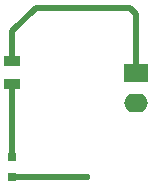
<source format=gtl>
G04*
G04 #@! TF.GenerationSoftware,Altium Limited,Altium Designer,18.0.7 (293)*
G04*
G04 Layer_Physical_Order=1*
G04 Layer_Color=255*
%FSLAX25Y25*%
%MOIN*%
G70*
G01*
G75*
%ADD13R,0.03150X0.03150*%
%ADD14R,0.05709X0.03740*%
%ADD19C,0.01968*%
%ADD20O,0.07874X0.06299*%
%ADD21R,0.07874X0.06299*%
%ADD22C,0.02362*%
D13*
X17717Y20965D02*
D03*
Y14469D02*
D03*
D14*
Y53051D02*
D03*
Y45374D02*
D03*
D19*
Y14469D02*
X42618D01*
X17717Y53051D02*
Y62992D01*
X25591Y70866D01*
X57087D01*
X59055Y68898D01*
Y49213D02*
Y68898D01*
X17717Y20965D02*
Y45374D01*
D20*
X59055Y39213D02*
D03*
D21*
Y49213D02*
D03*
D22*
X42618Y14469D02*
D03*
M02*

</source>
